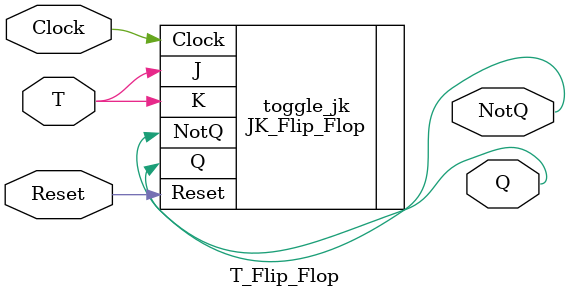
<source format=v>
module T_Flip_Flop(
    input T,
    input Clock,
    input Reset,
    output Q,
    output NotQ
);
    JK_Flip_Flop toggle_jk (
        .J(T),
        .K(T),
        .Clock(Clock),
        .Reset(Reset),
        .Q(Q),
        .NotQ(NotQ)
    );

endmodule
</source>
